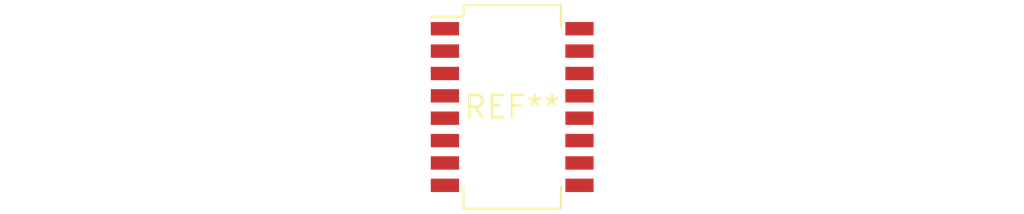
<source format=kicad_pcb>
(kicad_pcb (version 20240108) (generator pcbnew)
  (layers (0 "F.Cu" signal) (31 "B.Cu" signal) (34 "B.Paste" user) (35 "F.Paste" user) (36 "B.SilkS" user "B.Silkscreen") (37 "F.SilkS" user "F.Silkscreen") (38 "B.Mask" user) (39 "F.Mask" user) (44 "Edge.Cuts" user))
  (net 0 "")
  (footprint "SW_DIP_SPSTx08_Slide_Copal_CHS-08B_W7.62mm_P1.27mm" (layer "F.Cu") (at 0 0)
    (property "Reference" "REF**")
    (property "Value" "SW_DIP_SPSTx08_Slide_Copal_CHS-08B_W7.62mm_P1.27mm")
    (fp_line (start -4.61 -5.125) (end -2.76 -5.125) (layer "F.SilkS") (stroke (width 0.12)))
    (fp_line (start -2.76 -5.775) (end -2.76 -5.125) (layer "F.SilkS") (stroke (width 0.12)))
    (fp_line (start -2.76 -5.775) (end 2.76 -5.775) (layer "F.SilkS") (stroke (width 0.12)))
    (fp_line (start -2.76 4.505) (end -2.76 5.775) (layer "F.SilkS") (stroke (width 0.12)))
    (fp_line (start -2.76 5.775) (end 2.76 5.775) (layer "F.SilkS") (stroke (width 0.12)))
    (fp_line (start 2.76 -5.775) (end 2.76 -4.506) (layer "F.SilkS") (stroke (width 0.12)))
    (fp_line (start 2.76 4.505) (end 2.76 5.775) (layer "F.SilkS") (stroke (width 0.12)))
    (pad "1" smd rect (at -3.81 -4.445) (size 1.6 0.76) (layers "F.Cu" "F.Paste" "F.Mask"))
    (pad "2" smd rect (at -3.81 -3.175) (size 1.6 0.76) (layers "F.Cu" "F.Paste" "F.Mask"))
    (pad "3" smd rect (at -3.81 -1.905) (size 1.6 0.76) (layers "F.Cu" "F.Paste" "F.Mask"))
    (pad "4" smd rect (at -3.81 -0.635) (size 1.6 0.76) (layers "F.Cu" "F.Paste" "F.Mask"))
    (pad "5" smd rect (at -3.81 0.635) (size 1.6 0.76) (layers "F.Cu" "F.Paste" "F.Mask"))
    (pad "6" smd rect (at -3.81 1.905) (size 1.6 0.76) (layers "F.Cu" "F.Paste" "F.Mask"))
    (pad "7" smd rect (at -3.81 3.175) (size 1.6 0.76) (layers "F.Cu" "F.Paste" "F.Mask"))
    (pad "8" smd rect (at -3.81 4.445) (size 1.6 0.76) (layers "F.Cu" "F.Paste" "F.Mask"))
    (pad "9" smd rect (at 3.81 4.445) (size 1.6 0.76) (layers "F.Cu" "F.Paste" "F.Mask"))
    (pad "10" smd rect (at 3.81 3.175) (size 1.6 0.76) (layers "F.Cu" "F.Paste" "F.Mask"))
    (pad "11" smd rect (at 3.81 1.905) (size 1.6 0.76) (layers "F.Cu" "F.Paste" "F.Mask"))
    (pad "12" smd rect (at 3.81 0.635) (size 1.6 0.76) (layers "F.Cu" "F.Paste" "F.Mask"))
    (pad "13" smd rect (at 3.81 -0.635) (size 1.6 0.76) (layers "F.Cu" "F.Paste" "F.Mask"))
    (pad "14" smd rect (at 3.81 -1.905) (size 1.6 0.76) (layers "F.Cu" "F.Paste" "F.Mask"))
    (pad "15" smd rect (at 3.81 -3.175) (size 1.6 0.76) (layers "F.Cu" "F.Paste" "F.Mask"))
    (pad "16" smd rect (at 3.81 -4.445) (size 1.6 0.76) (layers "F.Cu" "F.Paste" "F.Mask"))
  )
)
</source>
